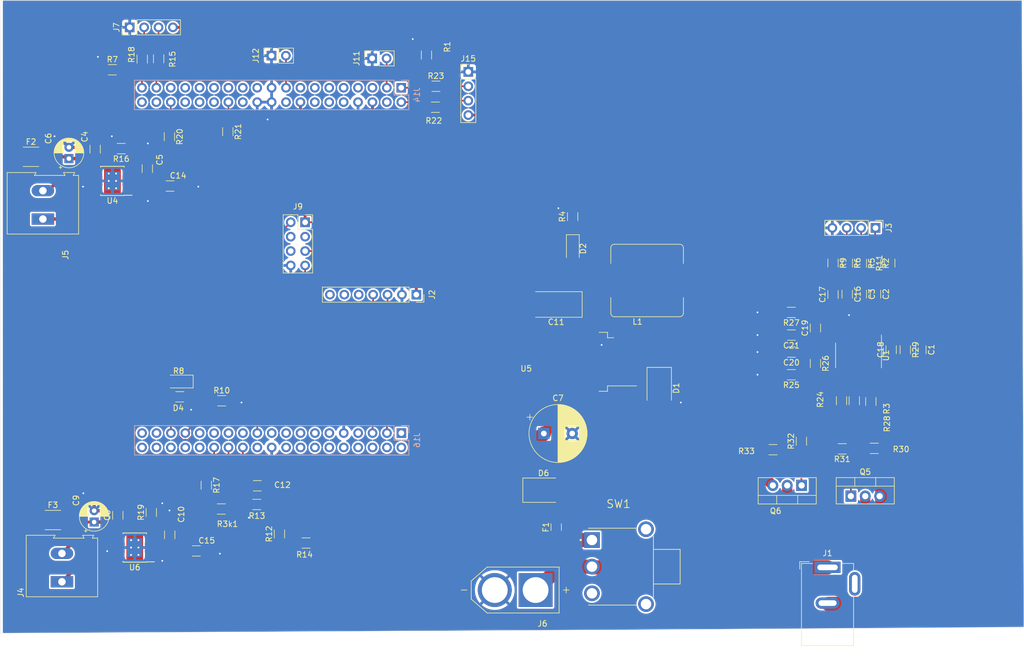
<source format=kicad_pcb>
(kicad_pcb (version 20221018) (generator pcbnew)
  (layers (0 "F.Cu" signal) (31 "B.Cu" power) (34 "B.Paste" user) (35 "F.Paste" user) (36 "B.SilkS" user "B.Silkscreen") (37 "F.SilkS" user "F.Silkscreen") (38 "B.Mask" user) (39 "F.Mask" user) (44 "Edge.Cuts" user))
  (net 0 "")
  (net 1 "Battery-")
  (net 2 "+5V")
  (net 3 "Net-(D1-K)")
  (net 4 "Net-(D2-K)")
  (net 5 "Net-(D4-K)")
  (net 6 "Fan Signal")
  (net 7 "Cell1+")
  (net 8 "Battery+")
  (net 9 "Cell2+")
  (net 10 "Net-(R12-Pad1)")
  (net 11 "Battery level")
  (net 12 "Net-(U4-IN2)")
  (net 13 "Net-(U4-IN1)")
  (net 14 "Net-(U4-ILIM)")
  (net 15 "MotorB+")
  (net 16 "MotorB-")
  (net 17 "Net-(U6-IN2)")
  (net 18 "Net-(U6-IN1)")
  (net 19 "Net-(U6-ILIM)")
  (net 20 "MotorA+")
  (net 21 "MotorA-")
  (net 22 "InputA1")
  (net 23 "InputB1")
  (net 24 "Bumper Button 1")
  (net 25 "Bumper Button 2")
  (net 26 "+12V")
  (net 65 "InputA2")
  (net 66 "InputB2")
  (net 73 "Net-(J16-Pin_3)")
  (net 74 "Net-(J16-Pin_5)")
  (net 80 "Echo A")
  (net 81 "Trig A")
  (net 82 "Echo B")
  (net 83 "Trig B")
  (net 87 "Net-(D6-A)")
  (net 88 "Net-(SW1-A)")
  (net 89 "Net-(J7-Pin_2)")
  (net 90 "Net-(J7-Pin_3)")
  (net 91 "Net-(J15-Pin_2)")
  (net 92 "Net-(J15-Pin_3)")
  (net 93 "Net-(U1-VC3)")
  (net 94 "Net-(U1-VC2)")
  (net 95 "Net-(U1-VC1)")
  (net 96 "Net-(U1-VC0)")
  (net 97 "Net-(U1-AVDD)")
  (net 98 "Net-(U1-SRN)")
  (net 99 "Net-(U1-SRP)")
  (net 100 "Cell3+")
  (net 104 "Net-(Q5-G)")
  (net 105 "Net-(Q5-D)")
  (net 106 "P-")
  (net 107 "Net-(Q6-G)")
  (net 108 "Net-(Q6-S)")
  (net 109 "Net-(U1-TS)")
  (net 110 "Net-(U1-LD)")
  (net 111 "Net-(U1-OCDP)")
  (net 112 "Net-(U1-PRES)")
  (net 113 "CHG")
  (net 114 "DSG")
  (net 118 "+3.3V")
  (net 119 "RX")
  (net 120 "TX")
  (net 124 "Net-(U1-VDD)")
  (net 125 "Net-(U4-VM)")
  (net 126 "Net-(U6-VM)")
  (footprint "Resistor_SMD:R_1206_3216Metric_Pad1.30x1.75mm_HandSolder" (layer "F.Cu") (at 83.1 125.3 90)
    (fp_text reference "R19")
    (fp_text value "39k")
  )
  (footprint "Capacitor_SMD:C_1206_3216Metric_Pad1.33x1.80mm_HandSolder" (layer "F.Cu") (at 101.8 120.6 180)
    (fp_text reference "C12")
    (fp_text value "10n")
  )
  (footprint "Fuse:Fuse_1812_4532Metric_Pad1.30x3.40mm_HandSolder" (layer "F.Cu") (at 61.89 62.55)
    (fp_text reference "F2")
    (fp_text value "1.6A")
  )
  (footprint "Package_TO_SOT_THT:TO-220-3_Vertical" (layer "F.Cu") (at 197.78 120.5375 180)
    (fp_text reference "Q6")
    (fp_text value "IRLB8721PBF")
  )
  (footprint "Capacitor_SMD:C_1206_3216Metric_Pad1.33x1.80mm_HandSolder" (layer "F.Cu") (at 195.9775 94.0075 180)
    (fp_text reference "C21")
    (fp_text value "1µF")
  )
  (footprint "Package_TO_SOT_SMD:TO-263-5_TabPin3" (layer "F.Cu") (at 158.725 98.725 180)
    (fp_text reference "U5")
    (fp_text value "LM2596S-5")
  )
  (footprint "Resistor_SMD:R_1206_3216Metric_Pad1.30x1.75mm_HandSolder" (layer "F.Cu") (at 192.74 114.2325)
    (fp_text reference "R33")
    (fp_text value "1M")
  )
  (footprint "Resistor_SMD:R_1206_3216Metric_Pad1.30x1.75mm_HandSolder" (layer "F.Cu") (at 204.815 105.595 -90)
    (fp_text reference "R24")
    (fp_text value "450K")
  )
  (footprint "Capacitor_SMD:C_1206_3216Metric_Pad1.33x1.80mm_HandSolder" (layer "F.Cu") (at 77.2 125.8 90)
    (fp_text reference "C8")
    (fp_text value "100nF")
  )
  (footprint "Resistor_SMD:R_1206_3216Metric_Pad1.30x1.75mm_HandSolder" (layer "F.Cu") (at 200.215 99.0075 -90)
    (fp_text reference "R26")
    (fp_text value "100")
  )
  (footprint "Resistor_SMD:R_1206_3216Metric_Pad1.30x1.75mm_HandSolder" (layer "F.Cu") (at 195.965 101.0075 180)
    (fp_text reference "R25")
    (fp_text value "10m")
  )
  (footprint "500SSP1S1M6QEA:SW_500SSP1S1M6QEA" (layer "F.Cu") (at 165.575 134.875 -90)
    (fp_text reference "SW1")
    (fp_text value "SW_SPDT")
  )
  (footprint "Connector_PinSocket_2.54mm:PinSocket_1x02_P2.54mm_Vertical" (layer "F.Cu") (at 104.3 44.7 90)
    (fp_text reference "J12")
    (fp_text value "Bumper 2")
  )
  (footprint "Capacitor_THT:CP_Radial_D5.0mm_P2.00mm" (layer "F.Cu") (at 73.025 127 90)
    (fp_text reference "C9")
    (fp_text value "47u")
  )
  (footprint "500SSP1S1M6QEA:AMASS_XT60-M" (layer "F.Cu") (at 147.27 139 180)
    (fp_text reference "J6")
    (fp_text value "XT60-M")
  )
  (footprint "Resistor_SMD:R_1206_3216Metric_Pad1.30x1.75mm_HandSolder" (layer "F.Cu") (at 95.45 124.7 180)
    (fp_text reference "R3k1")
    (fp_text value "3.3")
  )
  (footprint "Connector_PinSocket_2.54mm:PinSocket_1x07_P2.54mm_Vertical" (layer "F.Cu") (at 129.84 86.87 -90)
    (fp_text reference "J2")
    (fp_text value "IMU")
  )
  (footprint "Resistor_SMD:R_1206_3216Metric_Pad1.30x1.75mm_HandSolder" (layer "F.Cu") (at 95.52 105.6)
    (fp_text reference "R10")
    (fp_text value "1k")
  )
  (footprint "Resistor_SMD:R_1206_3216Metric_Pad1.30x1.75mm_HandSolder" (layer "F.Cu") (at 92.8 120.5 -90)
    (fp_text reference "R17")
    (fp_text value "3.3")
  )
  (footprint "Resistor_SMD:R_1206_3216Metric_Pad1.30x1.75mm_HandSolder" (layer "F.Cu") (at 84.4 45.25 90)
    (fp_text reference "R15")
    (fp_text value "10k")
  )
  (footprint "Connector_PinHeader_2.54mm:PinHeader_1x04_P2.54mm_Vertical" (layer "F.Cu") (at 210.815 75.095 -90)
    (fp_text reference "J3")
    (fp_text value "Battery charger")
  )
  (footprint "Resistor_SMD:R_1206_3216Metric_Pad1.30x1.75mm_HandSolder" (layer "F.Cu") (at 203.315 81.295 -90)
    (fp_text reference "R9")
    (fp_text value "100")
  )
  (footprint "Capacitor_Tantalum_SMD:CP_EIA-7343-31_Kemet-D_Pad2.25x2.55mm_HandSolder" (layer "F.Cu") (at 154.5 88.6 180)
    (fp_text reference "C11")
    (fp_text value "220u")
  )
  (footprint "Resistor_SMD:R_1206_3216Metric_Pad1.30x1.75mm_HandSolder" (layer "F.Cu") (at 77.8 61.1 180)
    (fp_text reference "R16")
    (fp_text value "39k")
  )
  (footprint "Resistor_SMD:R_1206_3216Metric_Pad1.30x1.75mm_HandSolder" (layer "F.Cu") (at 216.065 96.595 -90)
    (fp_text reference "R29")
    (fp_text value "10K")
  )
  (footprint "Connector_PinSocket_2.54mm:PinSocket_1x02_P2.54mm_Vertical" (layer "F.Cu") (at 122.06 45.175 90)
    (fp_text reference "J11")
    (fp_text value "Bumper 1")
  )
  (footprint "Fuse:Fuse_1812_4532Metric_Pad1.30x3.40mm_HandSolder" (layer "F.Cu") (at 65.75 126.65)
    (fp_text reference "F3")
    (fp_text value "1.6A")
  )
  (footprint "Diode_SMD:D_SMB" (layer "F.Cu") (at 152.275 121.375)
    (fp_text reference "D6")
    (fp_text value "PMEG045V050EPDZ")
  )
  (footprint "Resistor_SMD:R_1206_3216Metric_Pad1.30x1.75mm_HandSolder" (layer "F.Cu") (at 96.6 58.11 -90)
    (fp_text reference "R21")
    (fp_text value "3.3")
  )
  (footprint "Resistor_SMD:R_1206_3216Metric_Pad1.30x1.75mm_HandSolder" (layer "F.Cu") (at 133.3 50.1)
    (fp_text reference "R23")
    (fp_text value "10k")
  )
  (footprint "Capacitor_THT:CP_Radial_D10.0mm_P5.00mm" (layer "F.Cu") (at 152.325 111.375)
    (fp_text reference "C7")
    (fp_text value "680u")
  )
  (footprint "Resistor_SMD:R_1206_3216Metric_Pad1.30x1.75mm_HandSolder" (layer "F.Cu") (at 213.315 81.295 90)
    (fp_text reference "R11")
    (fp_text value "1k")
  )
  (footprint "Resistor_SMD:R_1206_3216Metric_Pad1.30x1.75mm_HandSolder" (layer "F.Cu") (at 209.99 105.7325 -90)
    (fp_text reference "R3")
    (fp_text value "10k")
  )
  (footprint "LED_SMD:LED_1206_3216Metric_Pad1.42x1.75mm_HandSolder" (layer "F.Cu") (at 157.432045 78.750734 -90)
    (fp_text reference "D2")
    (fp_text value "GREEN")
  )
  (footprint "Resistor_SMD:R_1206_3216Metric_Pad1.30x1.75mm_HandSolder" (layer "F.Cu") (at 207.065 105.595 -90)
    (fp_text reference "R28")
    (fp_text value "100K")
  )
  (footprint "Inductor_SMD:L_Bourns_SRR1260" (layer "F.Cu") (at 170.53 84.37 180)
    (fp_text reference "L1")
    (fp_text value "33uH")
  )
  (footprint "Resistor_SMD:R_1206_3216Metric_Pad1.30x1.75mm_HandSolder" (layer "F.Cu") (at 204.94 114.0825 180)
    (fp_text reference "R31")
    (fp_text value "1k")
  )
  (footprint "Capacitor_SMD:C_1206_3216Metric_Pad1.33x1.80mm_HandSolder" (layer "F.Cu") (at 200.215 92.7575 90)
    (fp_text reference "C19")
    (fp_text value "100nF")
  )
  (footprint "Capacitor_SMD:C_1206_3216Metric_Pad1.33x1.80mm_HandSolder" (layer "F.Cu") (at 213.565 96.595 90)
    (fp_text reference "C18")
    (fp_text value "1µF")
  )
  (footprint "Resistor_SMD:R_1206_3216Metric_Pad1.30x1.75mm_HandSolder" (layer "F.Cu") (at 133.2 53.8)
    (fp_text reference "R22")
    (fp_text value "10k")
  )
  (footprint "Package_SO:Texas_HTSOP-8-1EP_3.9x4.9mm_P1.27mm_EP2.95x4.9mm_Mask2.4x3.1mm_ThermalVias" (layer "F.Cu") (at 76.25 66.8 180)
    (fp_text reference "U4")
    (fp_text value "DRV8871DDA")
  )
  (footprint "Resistor_SMD:R_1206_3216Metric_Pad1.30x1.75mm_HandSolder" (layer "F.Cu") (at 210.815 81.345 -90)
    (fp_text reference "R2")
    (fp_text value "100")
  )
  (footprint "Resistor_SMD:R_1206_3216Metric_Pad1.30x1.75mm_HandSolder" (layer "F.Cu") (at 195.965 90.0075 180)
    (fp_text reference "R27")
    (fp_text value "100")
  )
  (footprint "Capacitor_SMD:C_1206_3216Metric_Pad1.33x1.80mm_HandSolder" (layer "F.Cu") (at 73.2 61.2 90)
    (fp_text reference "C4")
    (fp_text value "100nF")
  )
  (footprint "Connector_PinHeader_2.54mm:PinHeader_1x04_P2.54mm_Vertical" (layer "F.Cu") (at 79.3 39.7 90)
    (fp_text reference "J7")
    (fp_text value "UltraSonic A")
  )
  (footprint "Connector_PinHeader_2.54mm:PinHeader_1x04_P2.54mm_Vertical" (layer "F.Cu") (at 139 47.56)
    (fp_text reference "J15")
    (fp_text value "UltraSconic B")
  )
  (footprint "Capacitor_SMD:C_1206_3216Metric_Pad1.33x1.80mm_HandSolder" (layer "F.Cu") (at 205.815 86.7825 -90)
    (fp_text reference "C16")
    (fp_text value "100nF")
  )
  (footprint "Capacitor_SMD:C_1206_3216Metric_Pad1.33x1.80mm_HandSolder" (layer "F.Cu") (at 218.815 96.595 -90)
    (fp_text reference "C1")
    (fp_text value "1µF")
  )
  (footprint "Fuse:Fuse_1206_3216Metric_Pad1.42x1.75mm_HandSolder" (layer "F.Cu") (at 154.5 127.9 90)
    (fp_text reference "F1")
    (fp_text value "5A")
  )
  (footprint "Capacitor_SMD:C_1206_3216Metric_Pad1.33x1.80mm_HandSolder" (layer "F.Cu") (at 208.315 86.7825 -90)
    (fp_text reference "C3")
    (fp_text value "100nF")
  )
  (footprint "Resistor_SMD:R_1206_3216Metric_Pad1.30x1.75mm_HandSolder" (layer "F.Cu") (at 88.12 104.9)
    (fp_text reference "R8")
    (fp_text value "10k")
  )
  (footprint "Package_SO:TSSOP-24_4.4x7.8mm_P0.65mm" (layer "F.Cu") (at 207.815 97.595 -90)
    (fp_text reference "U1")
    (fp_text value "BQ7791500PWT")
  )
  (footprint "Package_SO:Texas_HTSOP-8-1EP_3.9x4.9mm_P1.27mm_EP2.95x4.9mm_Mask2.4x3.1mm_ThermalVias" (layer "F.Cu") (at 80.1875 131.5 180)
    (fp_text reference "U6")
    (fp_text value "DRV8871DDA")
  )
  (footprint "Resistor_SMD:R_1206_3216Metric_Pad1.30x1.75mm_HandSolder" (layer "F.Cu") (at 105.7 129.1 90)
    (fp_text reference "R12")
    (fp_text value "10k")
  )
  (footprint "TerminalBlock:TerminalBlock_Altech_AK300-2_P5.00mm" (layer "F.Cu") (at 67.35 137.54 90)
    (fp_text reference "J4")
    (fp_text value "Motor A")
  )
  (footprint "Resistor_SMD:R_1206_3216Metric_Pad1.30x1.75mm_HandSolder" (layer "F.Cu") (at 101.7 123.9 180)
    (fp_text reference "R13")
    (fp_text value "6.2k")
  )
  (footprint "Diode_SMD:D_SMB" (layer "F.Cu") (at 172.67 103.37 -90)
    (fp_text reference "D1")
    (fp_text value "PMEG045V050EPDZ")
  )
  (footprint "Resistor_SMD:R_1206_3216Metric_Pad1.30x1.75mm_HandSolder" (layer "F.Cu") (at 131.63 44.59 -90)
    (fp_text reference "R1")
    (fp_text value "10k")
  )
  (footprint "Resistor_SMD:R_1206_3216Metric_Pad1.30x1.75mm_HandSolder" (layer "F.Cu") (at 197.74 112.7325 90)
    (fp_text reference "R32")
    (fp_text value "4.5K")
  )
  (footprint "Capacitor_SMD:C_1206_3216Metric_Pad1.33x1.80mm_HandSolder" (layer "F.Cu") (at 210.815 86.7825 -90)
    (fp_text reference "C2")
    (fp_text value "100nF")
  )
  (footprint "Resistor_SMD:R_1206_3216Metric_Pad1.30x1.75mm_HandSolder" (layer "F.Cu") (at 157.4 73.1 90)
    (fp_text reference "R4")
    (fp_text value "1k")
  )
  (footprint "Resistor_SMD:R_1206_3216Metric_Pad1.30x1.75mm_HandSolder" (layer "F.Cu") (at 208.315 81.345 -90)
    (fp_text reference "R5")
    (fp_text value "100")
  )
  (footprint "Resistor_SMD:R_1206_3216Metric_Pad1.30x1.75mm_HandSolder" (layer "F.Cu") (at 86.3 59 -90)
    (fp_text reference "R20")
    (fp_text value "3.3")
  )
  (footprint "Resistor_SMD:R_1206_3216Metric_Pad1.30x1.75mm_HandSolder" (layer "F.Cu") (at 210.59 113.9925 180)
    (fp_text reference "R30")
    (fp_text value "3.3M")
  )
  (footprint "Capacitor_SMD:C_1206_3216Metric_Pad1.33x1.80mm_HandSolder" (layer "F.Cu") (at 195.9775 97.0075 180)
    (fp_text reference "C20")
    (fp_text value "1µF")
  )
  (footprint "Capacitor_SMD:C_1206_3216Metric_Pad1.33x1.80mm_HandSolder" (layer "F.Cu") (at 91.05 132.1)
    (fp_text reference "C15")
    (fp_text value "10n")
  )
  (footprint "Capacitor_SMD:C_1206_3216Metric_Pad1.33x1.80mm_HandSolder" (layer "F.Cu") (at 86.4 67.7)
    (fp_text reference "C14")
    (fp_text value "10n")
  )
  (footprint "Capacitor_THT:CP_Radial_D5.0mm_P2.00mm" (layer "F.Cu") (at 68.58 62.865 90)
    (fp_text reference "C6")
    (fp_text value "47u")
  )
  (footprint "Package_TO_SOT_THT:TO-220-3_Vertical" (layer "F.Cu") (at 206.46 122.4275)
    (fp_text reference "Q5")
    (fp_text value "IRLB8721PBF")
  )
  (footprint "Resistor_SMD:R_1206_3216Metric_Pad1.30x1.75mm_HandSolder" (layer "F.Cu") (at 76.24 47.19)
    (fp_text reference "R7")
    (fp_text value "10k")
  )
  (footprint "Resistor_SMD:R_1206_3216Metric_Pad1.30x1.75mm_HandSolder" (layer "F.Cu") (at 110.4 130.7 180)
    (fp_text reference "R14")
    (fp_text value "10k")
  )
  (footprint "Capacitor_SMD:C_1206_3216Metric_Pad1.33x1.80mm_HandSolder" (layer "F.Cu") (at 82.4 64.6375 90)
    (fp_text reference "C5")
    (fp_text value "10n")
  )
  (footprint "TerminalBlock:TerminalBlock_Altech_AK300-2_P5.00mm" (layer "F.Cu") (at 63.99 73.53 90)
    (fp_text reference "J5")
    (fp_text value "Motor B")
  )
  (footprint "Resistor_SMD:R_1206_3216Metric_Pad1.30x1.75mm_HandSolder" (layer "F.Cu") (at 81.5 45.3 90)
    (fp_text reference "R18")
    (fp_text value "10k")
  )
  (footprint "Capacitor_SMD:C_1206_3216Metric_Pad1.33x1.80mm_HandSolder" (layer "F.Cu") (at 86.35 129.2625 90)
    (fp_text reference "C10")
    (fp_text value "10n")
  )
  (footprint "Capacitor_SMD:C_1206_3216Metric_Pad1.33x1.80mm_HandSolder" (layer "F.Cu") (at 203.315 86.845 90)
    (fp_text reference "C17")
    (fp_text value "100nF")
  )
  (footprint "Connector_PinSocket_2.54mm:PinSocket_2x04_P2.54mm_Vertical" (layer "F.Cu") (at 110.23 74.1)
    (fp_text reference "J9")
    (fp_text value "ESP")
  )
  (footprint "Resistor_SMD:R_1206_3216Metric_Pad1.30x1.75mm_HandSolder" (layer "F.Cu") (at 205.833234 81.295 -90)
    (fp_text reference "R6")
    (fp_text value "100")
  )
  (footprint "Connector_BarrelJack:BarrelJack_GCT_DCJ200-10-A_Horizontal" (layer "F.Cu") (at 202.35 135)
    (fp_text reference "J1")
    (fp_text value "Barrel_Jack")
  )
  (footprint "LED_SMD:LED_1206_3216Metric_Pad1.42x1.75mm_HandSolder" (layer "F.Cu") (at 88.0325 102.2 180)
    (fp_text reference "D4")
    (fp_text value "GREEN")
  )
  (footprint "Connector_PinSocket_2.54mm:PinSocket_2x19_P2.54mm_Vertical" (layer "B.Cu") (at 127.2 111.3 90)
    (fp_text reference "J16")
    (fp_text value "Conn_02x19_Odd_Even")
  )
  (footprint "Connector_PinSocket_2.54mm:PinSocket_2x19_P2.54mm_Vertical" (layer "B.Cu") (at 127.18 50.36 90)
    (fp_text reference "J14")
    (fp_text value "Conn_02x19_Odd_Even")
  )
  (gr_line (start 236.6 34.9) (end 236.95 145.6) (stroke (width 0.05)) (layer "Edge.Cuts"))
  (gr_line (start 236.95 145.6) (end 56.45 146.6) (stroke (width 0.05)) (layer "Edge.Cuts"))
  (gr_line (start 56.45 146.6) (end 56.6 34.9) (stroke (width 0.05)) (layer "Edge.Cuts"))
  (gr_line (start 56.6 34.9) (end 236.6 34.9) (stroke (width 0.05)) (layer "Edge.Cuts"))
  (segment (start 210.74 99.733604) (end 210.74 100.4575) (width 0.3) (layer "F.Cu") (net 1))
  (segment (start 87.9625 67.7) (end 91.28 67.7) (width 0.5) (layer "F.Cu") (net 1))
  (segment (start 162.31 95.95) (end 162.51 95.75) (width 0.5) (layer "F.Cu") (net 1))
  (segment (start 201.14 88.4825) (end 201.14 81.92) (width 0.3) (layer "F.Cu") (net 1))
  (segment (start 97.07 105.6) (end 98.7 105.6) (width 0.5) (layer "F.Cu") (net 1))
  (segment (start 208.79 99.57) (end 207.921802 98.701802) (width 0.3) (layer "F.Cu") (net 1))
  (segment (start 211.39 100.4575) (end 213.565 98.2825) (width 0.3) (layer "F.Cu") (net 1))
  (segment (start 76.4375 125) (end 77.2 124.2375) (width 0.6) (layer "F.Cu") (net 1))
  (segment (start 201.14 81.92) (end 203.315 79.745) (width 0.3) (layer "F.Cu") (net 1))
  (segment (start 209.708198 98.701802) (end 210.74 99.733604) (width 0.3) (layer "F.Cu") (net 1))
  (segment (start 73.025 123.825) (end 71.12 121.92) (width 0.6) (layer "F.Cu") (net 1))
  (segment (start 209.8525 107.145) (end 209.99 107.2825) (width 0.3) (layer "F.Cu") (net 1))
  (segment (start 73.375 67.435) (end 71.445 67.435) (width 0.3) (layer "F.Cu") (net 1))
  (segment (start 215.04 96.6825) (end 217.34 96.6825) (width 0.3) (layer "F.Cu") (net 1))
  (segment (start 82.4 63.075) (end 82.4 60.29) (width 0.5) (layer "F.Cu") (net 1))
  (segment (start 76.25 61.1) (end 76.25 59.02) (width 0.5) (layer "F.Cu") (net 1))
  (segment (start 175.82 105.25) (end 176.48 105.91) (width 0.5) (layer "F.Cu") (net 1))
  (segment (start 208.79 100.4575) (end 208.79 99.57) (width 0.3) (layer "F.Cu") (net 1))
  (segment (start 209.708198 98.701802) (end 207.921802 98.701802) (width 0.3) (layer "F.Cu") (net 1))
  (segment (start 92.6125 132.1) (end 94.72 132.1) (width 0.5) (layer "F.Cu") (net 1))
  (segment (start 84.595 133.405) (end 85.04 133.85) (width 0.5) (layer "F.Cu") (net 1))
  (segment (start 83.1 123.75) (end 84.98 123.75) (width 0.5) (layer "F.Cu") (net 1))
  (segment (start 130.48 43.04) (end 129.21 41.77) (width 0.3) (layer "F.Cu") (net 1))
  (segment (start 104.32 55.25) (end 103.61 55.96) (width 0.5) (layer "F.Cu") (net 1))
  (segment (start 66.77 59.055) (end 66.04 59.055) (width 0.6) (layer "F.Cu") (net 1))
  (segment (start 151.3 88.6) (end 151.3 92.45) (width 0.9) (layer "F.Cu") (net 1))
  (segment (start 206.19 93.5325) (end 201.14 88.4825) (width 0.3) (layer "F.Cu") (net 1))
  (segment (start 203.315 85.845) (end 203.315 85.2825) (width 0.3) (layer "F.Cu") (net 1))
  (segment (start 100.15 123.9) (end 100.15 126.1) (width 0.5) (layer "F.Cu") (net 1))
  (segment (start 203.195 79.625) (end 203.195 75.095) (width 0.3) (layer "F.Cu") (net 1))
  (segment (start 213.565 98.1575) (end 215.04 96.6825) (width 0.3) (layer "F.Cu") (net 1))
  (segment (start 91.28 67.7) (end 91.39 67.81) (width 0.5) (layer "F.Cu") (net 1))
  (segment (start 76.25 59.02) (end 76.15 58.92) (width 0.5) (layer "F.Cu") (net 1))
  (segment (start 82.4 60.29) (end 82.5 60.19) (width 0.5) (layer "F.Cu") (net 1))
  (segment (start 217.34 96.6825) (end 218.815 98.1575) (width 0.3) (layer "F.Cu") (net 1))
  (segment (start 206.19 96.595) (end 206.19 96.97) (width 0.3) (layer "F.Cu") (net 1))
  (segment (start 172.4 105.25) (end 175.82 105.25) (width 0.5) (layer "F.Cu") (net 1))
  (segment (start 100.2375 120.6) (end 100.2375 123.8125) (width 0.5) (layer "F.Cu") (net 1))
  (segment (start 157.4 71.55) (end 154.96 71.55) (width 0.5) (layer "F.Cu") (net 1))
  (segment (start 218.815 98.4075) (end 209.94 107.2825) (width 0.3) (layer "F.Cu") (net 1))
  (segment (start 207.921802 98.701802) (end 206.19 96.97) (width 0.3) (layer "F.Cu") (net 1))
  (segment (start 166.375 95.325) (end 160.275 95.325) (width 0.9) (layer "F.Cu") (net 1))
  (segment (start 80.855 68.705) (end 82.5 70.35) (width 0.5) (layer "F.Cu") (net 1))
  (segment (start 131.63 43.04) (end 130.48 43.04) (width 0.3) (layer "F.Cu") (net 1))
  (segment (start 74.69 45.91) (end 73.69 44.91) (width 0.3) (layer "F.Cu") (net 1))
  (segment (start 166.375 98.725) (end 162.425 98.725) (width 0.9) (layer "F.Cu") (net 1))
  (segment (start 74.69 47.19) (end 74.69 45.91) (width 0.3) (layer "F.Cu") (net 1))
  (segment (start 205.815 90.1575) (end 206.14 90.4825) (width 0.3) (layer "F.Cu") (net 1))
  (segment (start 205.815 88.345) (end 205.815 90.1575) (width 0.3) (layer "F.Cu") (net 1))
  (segment (start 68.58 60.865) (end 66.77 59.055) (width 0.6) (layer "F.Cu") (net 1))
  (segment (start 206.19 96.595) (end 206.19 94.7325) (width 0.3) (layer "F.Cu") (net 1))
  (segment (start 205.815 88.345) (end 203.315 85.845) (width 0.3) (layer "F.Cu") (net 1))
  (segment (start 77.3125 132.135) (end 75.325 132.135) (width 0.3) (layer "F.Cu") (net 1))
  (segment (start 104.32 52.9) (end 104.32 55.25) (width 0.5) (layer "F.Cu") (net 1))
  (segment (start 98.7 105.6) (end 99.01 105.91) (width 0.5) (layer "F.Cu") (net 1))
  (segment (start 84.98 123.75) (end 85.04 123.69) (width 0.5) (layer "F.Cu") (net 1))
  (segment (start 86.35 127.7) (end 86.35 125) (width 0.5) (layer "F.Cu") (net 1))
  (segment (start 206.19 100.4575) (end 206.19 96.595) (width 0.3) (layer "F.Cu") (net 1))
  (segment (start 68.58 60.865) (end 71.9725 60.865) (width 0.6) (layer "F.Cu") (net 1))
  (segment (start 89.67 106.73) (end 90.12 107.18) (width 0.5) (layer "F.Cu") (net 1))
  (segment (start 160.275 95.325) (end 159.65 95.95) (width 0.9) (layer "F.Cu") (net 1))
  (segment (start 151.3 92.45) (end 154.8 95.95) (width 0.9) (layer "F.Cu") (net 1))
  (segment (start 211.39 100.4575) (end 210.74 100.4575) (width 0.3) (layer "F.Cu") (net 1))
  (segment (start 100.15 126.1) (end 100.28 126.23) (width 0.5) (layer "F.Cu") (net 1))
  (segment (start 86.35 125) (end 86.31 124.96) (width 0.5) (layer "F.Cu") (net 1))
  (segment (start 162.425 98.725) (end 159.65 101.5) (width 0.9) (layer "F.Cu") (net 1))
  (segment (start 159.65 95.95) (end 162.31 95.95) (width 0.5) (layer "F.Cu") (net 1))
  (segment (start 154.96 71.55) (end 154.89 71.62) (width 0.5) (layer "F.Cu") (net 1))
  (segment (start 94.72 132.1) (end 95.2 132.58) (width 0.5) (layer "F.Cu") (net 1))
  (segment (start 73.025 125) (end 76.4375 125) (width 0.6) (layer "F.Cu") (net 1))
  (segment (start 89.67 104.9) (end 89.67 106.73) (width 0.5) (layer "F.Cu") (net 1))
  (segment (start 71.9725 60.865) (end 73.2 59.6375) (width 0.6) (layer "F.Cu") (net 1))
  (segment (start 71.445 67.435) (end 71.07 67.81) (width 0.3) (layer "F.Cu") (net 1))
  (segment (start 83.0625 133.405) (end 84.595 133.405) (width 0.5) (layer "F.Cu") (net 1))
  (segment (start 207.065 107.145) (end 209.8525 107.145) (width 0.3) (layer "F.Cu") (net 1))
  (segment (start 79.125 68.705) (end 80.855 68.705) (width 0.5) (layer "F.Cu") (net 1))
  (segment (start 73.025 125) (end 73.025 123.825) (width 0.6) (layer "F.Cu") (net 1))
  (segment (start 206.19 94.7325) (end 206.19 93.5325) (width 0.3) (layer "F.Cu") (net 1))
  (via (at 190 97) (size 0.6) (drill 0.3) (layers "F.Cu" "B.Cu") (net 1))
  (via (at 71.12 121.92) (size 0.6) (drill 0.3) (layers "F.Cu" "B.Cu") (net 1))
  (via (at 82.5 70.35) (size 0.6) (drill 0.3) (layers "F.Cu" "B.Cu") (net 1))
  (via (at 154.89 71.62) (size 0.6) (drill 0.3) (layers "F.Cu" "B.Cu") (net 1))
  (via (at 176.48 105.91) (size 0.6) (drill 0.3) (layers "F.Cu" "B.Cu") (net 1))
  (via (at 100.28 126.23) (size 0.6) (drill 0.3) (layers "F.Cu" "B.Cu") (net 1))
  (via (at 162.51 95.75) (size 0.6) (drill 0.3) (layers "F.Cu" "B.Cu") (net 1))
  (via (at 82.5 60.19) (size 0.6) (drill 0.3) (layers "F.Cu" "B.Cu") (net 1))
  (via (at 190 94) (size 0.6) (drill 0.3) (layers "F.Cu" "B.Cu") (net 1))
  (via (at 86.31 124.96) (size 0.6) (drill 0.3) (layers "F.Cu" "B.Cu") (net 1))
  (via (at 95.2 132.58) (size 0.6) (drill 0.3) (layers "F.Cu" "B.Cu") (net 1))
  (via (at 91.39 67.81) (size 0.6) (drill 0.3) (layers "F.Cu" "B.Cu") (net 1))
  (via (at 71.07 67.81) (size 0.6) (drill 0.3) (layers "F.Cu" "B.Cu") (net 1))
  (via (at 103.61 55.96) (size 0.6) (drill 0.3) (layers "F.Cu" "B.Cu") (net 1))
  (via (at 66.04 58.92) (size 0.6) (drill 0.3) (layers "F.Cu" "B.Cu") (net 1))
  (via (at 190 101) (size 0.6) (drill 0.3) (layers "F.Cu" "B.Cu") (net 1))
  (via (at 190 90) (size 0.6) (drill 0.3) (layers "F.Cu" "B.Cu") (net 1))
  (via (at 76.15 58.92) (size 0.6) (drill 0.3) (layers "F.Cu" "B.Cu") (net 1))
  (via (at 129.21 41.77) (size 0.6) (drill 0.3) (layers "F.Cu" "B.Cu") (net 1))
  (via (at 99.01 105.91) (size 0.6) (drill 0.3) (layers "F.Cu" "B.Cu") (net 1))
  (via (at 206.14 90.4825) (size 0.6) (drill 0.3) (layers "F.Cu" "B.Cu") (net 1))
  (via (at 73.69 44.91) (size 0.6) (drill 0.3) (layers "F.Cu" "B.Cu") (net 1))
  (via (at 90.12 107.18) (size 0.6) (drill 0.3) (layers "F.Cu" "B.Cu") (net 1))
  (via (at 85.04 133.85) (size 0.6) (drill 0.3) (layers "F.Cu" "B.Cu") (net 1))
  (via (at 85.04 123.69) (size 0.6) (drill 0.3) (layers "F.Cu" "B.Cu") (net 1))
  (via (at 75.325 132.135) (size 0.6) (drill 0.3) (layers "F.Cu" "B.Cu") (net 1))
  (segment (start 161.25 86.63) (end 161.25 87.78) (width 0.9) (layer "F.Cu") (net 2))
  (segment (start 146 74.16) (end 146 64) (width 0.5) (layer "F.Cu") (net 2))
  (segment (start 165.68 84.37) (end 163.51 84.37) (width 0.9) (layer "F.Cu") (net 2))
  (segment (start 161.25 87.78) (end 160.43 88.6) (width 0.9) (layer "F.Cu") (net 2))
  (segment (start 160.43 88.6) (end 157.7 88.6) (width 0.9) (layer "F.Cu") (net 2))
  (segment (start 152.078234 80.238234) (end 146 74.16) (width 0.5) (layer "F.Cu") (net 2))
  (segment (start 157.432045 80.238234) (end 152.078234 80.238234) (width 0.5) (layer "F.Cu") (net 2))
  (segment (start 171.35 88.2) (end 167.52 84.37) (width 0.9) (layer "F.Cu") (net 2))
  (segment (start 128.22 64) (end 122.1 57.88) (width 0.5) (layer "F.Cu") (net 2))
  (segment (start 146 55.11) (end 145.93 55.18) (width 0.5) (layer "F.Cu") (net 2))
  (segment (start 136.94 39.7) (end 86.92 39.7) (width 0.5) (layer "F.Cu") (net 2))
  (segment (start 171.35 95.7) (end 171.35 88.2) (width 0.9) (layer "F.Cu") (net 2))
  (segment (start 157.7 88.6) (end 157.7 80.506189) (width 0.9) (layer "F.Cu") (net 2))
  (segment (start 145.93 55.18) (end 139 55.18) (width 0.5) (layer "F.Cu") (net 2))
  (segment (start 146 64) (end 128.22 64) (width 0.5) (layer "F.Cu") (net 2))
  (segment (start 158.05 88.95) (end 157.7 88.6) (width 0.9) (layer "F.Cu") (net 2))
  (segment (start 166.375 97.025) (end 170.025 97.025) (width 0.9) (layer "F.Cu") (net 2))
  (segment (start 170.025 97.025) (end 171.35 95.7) (width 0.9) (layer "F.Cu") (net 2))
  (segment (start 146 48.76) (end 136.94 39.7) (width 0.5) (layer "F.Cu") (net 2))
  (segment (start 167.52 84.37) (end 165.68 84.37) (width 0.9) (layer "F.Cu") (net 2))
  (segment (start 146 64) (end 146 55.11) (width 0.5) (layer "F.Cu") (net 2))
  (segment (start 122.1 57.88) (end 122.1 52.9) (width 0.5) (layer "F.Cu") (net 2))
  (segment (start 163.51 84.37) (end 161.25 86.63) (width 0.9) (layer "F.Cu") (net 2))
  (segment (start 146 55.11) (end 146 48.76) (width 0.5) (layer "F.Cu") (net 2))
  (segment (start 175.38 98.51) (end 175.38 84.37) (width 0.9) (layer "F.Cu") (net 3))
  (segment (start 171.875 100.425) (end 172.67 101.22) (width 0.9) (layer "F.Cu") (net 3))
  (segment (start 172.67 101.22) (end 175.38 98.51) (width 0.9) (layer "F.Cu") (net 3))
  (segment (start 166.375 100.425) (end 171.875 100.425) (width 0.9) (layer "F.Cu") (net 3))
  (segment (start 157.432045 77.263234) (end 157.432045 74.682045) (width 0.5) (layer "F.Cu") (net 4))
  (segment (start 93.9 103.3) (end 93.9 105.53) (width 0.3) (layer "F.Cu") (net 5))
  (segment (start 92.8 102.2) (end 93.9 103.3) (width 0.3) (layer "F.Cu") (net 5))
  (segment (start 89.52 102.2) (end 92.8 102.2) (width 0.3) (layer "F.Cu") (net 5))
  (segment (start 86.57 104.9) (end 86.57 102.225) (width 0.3) (layer "F.Cu") (net 6))
  (segment (start 86.56 111.3) (end 86.56 104.91) (width 0.3) (layer "F.Cu") (net 6))
  (segment (start 205.735 79.646766) (end 205.735 75.095) (width 0.3) (layer "F.Cu") (net 7))
  (segment (start 155.135 134.875) (end 160.81 134.875) (width 2.5) (layer "F.Cu") (net 8))
  (segment (start 160.935 135) (end 160.81 134.875) (width 1.8) (layer "F.Cu") (net 8))
  (segment (start 150.87 139.14) (end 155.135 134.875) (width 2.5) (layer "F.Cu") (net 8))
  (segment (start 160.935 135) (end 202.35 135) (width 2.5) (layer "F.Cu") (net 8))
  (segment (start 208.275 79.755) (end 208.275 75.095) (width 0.3) (layer "F.Cu") (net 9))
  (segment (start 105.7 130.65) (end 108.8 130.65) (width 0.3) (layer "F.Cu") (net 10))
  (segment (start 99.26 113.84) (end 99.26 116.46) (width 0.3) (layer "F.Cu") (net 11))
  (segment (start 103.25 123.9) (end 104.4 123.9) (width 0.3) (layer "F.Cu") (net 11))
  (segment (start 100.9 118.1) (end 102.4 118.1) (width 0.3) (layer "F.Cu") (net 11))
  (segment (start 105.7 125.2) (end 105.7 127.55) (width 0.3) (layer "F.Cu") (net 11))
  (segment (start 103.3625 120.6) (end 103.3625 123.7875) (width 0.3) (layer "F.Cu") (net 11))
  (segment (start 102.4 118.1) (end 103.5 119.2) (width 0.3) (layer "F.Cu") (net 11))
  (segment (start 104.4 123.9) (end 105.7 125.2) (width 0.3) (layer "F.Cu") (net 11))
  (segment (start 99.26 116.46) (end 100.9 118.1) (width 0.3) (layer "F.Cu") (net 11))
  (segment (start 103.5 119.2) (end 103.5 120.4625) (width 0.3) (layer "F.Cu") (net 11))
  (segment (start 81.735 67.435) (end 79.125 67.435) (width 0.3) (layer "F.Cu") (net 12))
  (segment (start 82 67.7) (end 81.735 67.435) (width 0.3) (layer "F.Cu") (net 12))
  (segment (start 96.6 59.66) (end 94.04 59.66) (width 0.3) (layer "F.Cu") (net 12))
  (segment (start 84.8375 66.4625) (end 87 64.3) (width 0.3) (layer "F.Cu") (net 12))
  (segment (start 84.8375 67.7) (end 82 67.7) (width 0.3) (layer "F.Cu") (net 12))
  (segment (start 84.8375 67.7) (end 84.8375 66.4625) (width 0.3) (layer "F.Cu") (net 12))
  (segment (start 94.04 59.66) (end 91.6 62.1) (width 0.3) (layer "F.Cu") (net 12))
  (segment (start 87 64.3) (end 89.4 64.3) (width 0.3) (layer "F.Cu") (net 12))
  (segment (start 89.4 64.3) (end 91.6 62.1) (width 0.3) (layer "F.Cu") (net 12))
  (segment (start 86.3 64.2) (end 84.3 66.2) (width 0.3) (layer "F.Cu") (net 13))
  (segment (start 84.3 66.2) (end 82.4 66.2) (width 0.3) (layer "F.Cu") (net 13))
  (segment (start 86.3 60.55) (end 86.3 64.2) (width 0.3) (layer "F.Cu") (net 13))
  (segment (start 82.365 66.165) (end 79.125 66.165) (width 0.3) (layer "F.Cu") (net 13))
  (segment (start 79.35 63.15) (end 79.1 63.4) (width 0.3) (layer "F.Cu") (net 14))
  (segment (start 79.125 63.425) (end 79.125 64.895) (width 0.3) (layer "F.Cu") (net 14))
  (segment (start 79.35 61.1) (end 79.35 63.15) (width 0.3) (layer "F.Cu") (net 14))
  (segment (start 79.1 63.4) (end 79.125 63.425) (width 0.3) (layer "F.Cu") (net 14))
  (segment (start 66.7 66.76) (end 64.93 68.53) (width 0.6) (layer "F.Cu") (net 15))
  (segment (start 73.375 66.165) (end 70.175 66.165) (width 0.6) (layer "F.Cu") (net 15))
  (segment (start 64.93 68.53) (end 63.99 68.53) (width 0.6) (layer "F.Cu") (net 15))
  (segment (start 70.175 66.165) (end 69.58 66.76) (width 0.6) (layer "F.Cu") (net 15))
  (segment (start 69.58 66.76) (end 66.7 66.76) (width 0.6) (layer "F.Cu") (net 15))
  (segment (start 71.445 68.705) (end 66.62 73.53) (width 0.6) (layer "F.Cu") (net 16))
  (segment (start 73.375 68.705) (end 71.445 68.705) (width 0.6) (layer "F.Cu") (net 16))
  (segment (start 66.62 73.53) (end 63.99 73.53) (width 0.6) (layer "F.Cu") (net 16))
  (segment (start 89.5 130.5) (end 89.5 132.0875) (width 0.3) (layer "F.Cu") (net 17))
  (segment (start 93.9 127.3) (end 92.2 129) (width 0.3) (layer "F.Cu") (net 17))
  (segment (start 89.4525 132.135) (end 83.0625 132.135) (width 0.3) (layer "F.Cu") (net 17))
  (segment (start 91 129) (end 89.5 130.5) (width 0.3) (layer "F.Cu") (net 17))
  (segment (start 92.2 129) (end 91 129) (width 0.3) (layer "F.Cu") (net 17))
  (segment (start 93.9 124.7) (end 93.9 127.3) (width 0.3) (layer "F.Cu") (net 17))
  (segment (start 86.31 130.865) (end 83.0625 130.865) (width 0.3) (layer "F.Cu") (net 18))
  (segment (start 90.2 128.6) (end 88.1 130.7) (width 0.3) (layer "F.Cu") (net 18))
  (segment (start 91.25 122.05) (end 90.2 123.1) (width 0.3) (layer "F.Cu") (net 18))
  (segment (start 90.2 123.1) (end 90.2 128.6) (width 0.3) (layer "F.Cu") (net 18))
  (segment (start 88.1 130.7) (end 86.475 130.7) (width 0.3) (layer "F.Cu") (net 18))
  (segment (start 92.8 122.05) (end 91.25 122.05) (width 0.3) (layer "F.Cu") (net 18))
  (segment (start 83.1 126.85) (end 83.1 129.5575) (width 0.3) (layer "F.Cu") (net 19))
  (segment (start 69.025 130.865) (end 67.35 132.54) (width 0.6) (layer "F.Cu") (net 20))
  (segment (start 77.3125 130.865) (end 69.025 130.865) (width 0.6) (layer "F.Cu") (net 20))
  (segment (start 71.485 133.405) (end 67.35 137.54) (width 0.6) (layer "F.Cu") (net 21))
  (segment (start 77.3125 133.405) (end 71.485 133.405) (width 0.6) (layer "F.Cu") (net 21))
  (segment (start 94.18 113.84) (end 94.18 115.72) (width 0.3) (layer "F.Cu") (net 22))
  (segment (start 92.9 117) (end 92.9 118.85) (width 0.3) (layer "F.Cu") (net 22))
  (segment (start 94.18 115.72) (end 92.9 117) (width 0.3) (layer "F.Cu") (net 22))
  (segment (start 86.54 52.9) (end 86.54 54.96) (width 0.3) (layer "F.Cu") (net 23))
  (segment (start 86.54 54.96) (end 86.3 55.2) (width 0.3) (layer "F.Cu") (net 23))
  (segment (start 86.3 55.2) (end 86.3 57.45) (width 0.3) (layer "F.Cu") (net 23))
  (segment (start 124.6 45.175) (end 124.6 50.32) (width 0.3) (layer "F.Cu") (net 24))
  (segment (start 106.86 50.36) (end 106.86 44.72) (width 0.3) (layer "F.Cu") (net 25))
  (segment (start 63.45 77.97) (end 59.64 74.16) (width 0.6) (layer "F.Cu") (net 26))
  (segment (start 59.64 74.16) (end 59.64 62.575) (width 0.6) (layer "F.Cu") (net 26))
  (segment (start 59.64 62.575) (end 59.665 62.55) (width 0.6) (layer "F.Cu") (net 26))
  (segment (start 63.45 142.74) (end 63.45 127.5) (width 1.8) (layer "F.Cu") (net 26))
  (segment (start 163.78 105.91) (end 166.32 103.37) (width 1.8) (layer "F.Cu") (net 26))
  (segment (start 119.99 130.7) (end 111.95 130.7) (width 0.9) (layer "F.Cu") (net 26))
  (segment (start 150.125 121.375) (end 150.125 117.34) (width 2.5) (layer "F.Cu") (net 26))
  (segment (start 63.45 127.5) (end 63.45 108.45) (width 0.9) (layer "F.Cu") (net 26))
  (segment (start 150.125 117.34) (end 150.125 113.575) (width 2.5) (layer "F.Cu") (net 26))
  (segment (start 147.27 117.34) (end 126.95 137.66) (width 1.8) (layer "F.Cu") (net 26))
  (segment (start 126.95 137.66) (end 121.87 142.74) (width 1.8) (layer "F.Cu") (net 26))
  (segment (start 126.95 137.66) (end 119.99 130.7) (width 0.9) (layer "F.Cu") (net 26))
  (segment (start 166.32 103.37) (end 166.32 102.735) (width 1.8) (layer "F.Cu") (net 26))
  (segment (start 63.45 108.45) (end 63.45 77.97) (width 0.6) (layer "F.Cu") (net 26))
  (segment (start 150.125 113.575) (end 152.325 111.375) (width 2.5) (layer "F.Cu") (net 26))
  (segment (start 157.79 105.91) (end 163.78 105.91) (width 1.8) (layer "F.Cu") (net 26))
  (segment (start 121.87 142.74) (end 63.45 142.74) (width 1.8) (layer "F.Cu") (net 26))
  (segment (start 152.325 111.375) (end 157.79 105.91) (width 1.8) (layer "F.Cu") (net 26))
  (segment (start 150.125 117.34) (end 147.27 117.34) (width 1.8) (layer "F.Cu") (net 26))
  (segment (start 96.72 120.42) (end 97 120.7) (width 0.3) (layer "F.Cu") (net 65))
  (segment (start 97 120.7) (end 97 124.7) (width 0.3) (layer "F.Cu") (net 65))
  (segment (start 96.72 113.84) (end 96.72 120.42) (width 0.3) (layer "F.Cu") (net 65))
  (segment (start 96.7 52.9) (end 96.7 56.46) (width 0.3) (layer "F.Cu") (net 66))
  (segment (start 96.7 56.46) (end 96.6 56.56) (width 0.3) (layer "F.Cu") (net 66))
  (segment (start 124.66 109.44) (end 124.9 109.2) (width 0.3) (layer "F.Cu") (net 73))
  (segment (start 124.9 90.72) (end 124.76 90.58) (width 0.3) (layer "F.Cu") (net 73))
  (segment (start 124.9 109.2) (end 124.9 90.72) (width 0.3) (layer "F.Cu") (net 73))
  (segment (start 124.76 90.58) (end 124.76 86.87) (width 0.3) (layer "F.Cu") (net 73))
  (segment (start 124.66 111.3) (end 124.66 109.44) (width 0.3) (layer "F.Cu") (net 73))
  (segment (start 122.22 90.6) (end 122.22 86.87) (width 0.3) (layer "F.Cu") (net 74))
  (segment (start 122.12 111.3) (end 122.12 90.7) (width 0.3) (layer "F.Cu") (net 74))
  (segment (start 122.12 90.7) (end 122.22 90.6) (width 0.3) (layer "F.Cu") (net 74))
  (segment (start 81.5 46.85) (end 78.13 46.85) (width 0.3) (layer "F.Cu") (net 80))
  (segment (start 81.46 50.36) (end 81.46 46.89) (width 0.3) (layer "F.Cu") (net 80))
  (segment (start 78.13 46.85) (end 77.79 47.19) (width 0.3) (layer "F.Cu") (net 80))
  (segment (start 84 50.36) (end 84 48.8) (width 0.3) (layer "F.Cu") (net 81))
  (segment (start 84.4 48.4) (end 84.4 46.8) (width 0.3) (layer "F.Cu") (net 81))
  (segment (start 84 48.8) (end 84.4 48.4) (width 0.3) (layer "F.Cu") (net 81))
  (segment (start 129.3 50.2) (end 131.65 50.2) (width 0.3) (layer "F.Cu") (net 82))
  (segment (start 131.63 49.98) (end 131.75 50.1) (width 0.3) (layer "F.Cu") (net 82))
  (segment (start 127.18 50.36) (end 129.14 50.36) (width 0.3) (layer "F.Cu") (net 82))
  (segment (start 129.14 50.36) (end 129.3 50.2) (width 0.3) (layer "F.Cu") (net 82))
  (segment (start 131.63 46.14) (end 131.63 49.98) (width 0.3) (layer "F.Cu") (net 82))
  (segment (start 129.6 53.8) (end 131.65 53.8) (width 0.3) (layer "F.Cu") (net 83))
  (segment (start 127.18 52.9) (end 128.7 52.9) (width 0.3) (layer "F.Cu") (net 83))
  (segment (start 128.7 52.9) (end 129.6 53.8) (width 0.3) (layer "F.Cu") (net 83))
  (segment (start 154.425 121.375) (end 154.425 125.6) (width 2.5) (layer "F.Cu") (net 87))
  (segment (start 154.6575 130.175) (end 154.575 130.2575) (width 2.5) (layer "F.Cu") (net 88))
  (segment (start 160.81 130.175) (end 154.6575 130.175) (width 2.5) (layer "F.Cu") (net 88))
  (segment (start 81.5 42.4) (end 81.84 42.06) (width 0.3) (layer "F.Cu") (net 89))
  (segment (start 81.5 43.75) (end 81.5 42.4) (width 0.3) (layer "F.Cu") (net 89))
  (segment (start 81.84 42.06) (end 81.84 39.7) (width 0.3) (layer "F.Cu") (net 89))
  (segment (start 84.38 43.68) (end 84.38 39.7) (width 0.3) (layer "F.Cu") (net 90))
  (segment (start 134.85 50.1) (end 139 50.1) (width 0.3) (layer "F.Cu") (net 91))
  (segment (start 137.06 52.64) (end 135.8 53.9) (width 0.3) (layer "F.Cu") (net 92))
  (segment (start 139 52.64) (end 137.06 52.64) (width 0.3) (layer "F.Cu") (net 92))
  (segment (start 135.8 53.9) (end 134.85 53.9) (width 0.3) (layer "F.Cu") (net 92))
  (segment (start 212.54 89.0825) (end 212.54 86.945) (width 0.3) (layer "F.Cu") (net 93))
  (segment (start 210.09 94.1325) (end 210.09 91.5325) (width 0.3) (layer "F.Cu") (net 93))
  (segment (start 212.54 86.945) (end 210.815 85.22) (width 0.3) (layer "F.Cu") (net 93))
  (segment (start 210.09 91.5325) (end 212.54 89.0825) (width 0.3) (layer "F.Cu") (net 93))
  (segment (start 210.815 82.895) (end 210.815 85.22) (width 0.3) (layer "F.Cu") (net 93))
  (segment (start 208.74 94.6825) (end 209.54 94.6825) (width 0.3) (layer "F.Cu") (net 93))
  (segment (start 209.54 94.6825) (end 210.14 94.0825) (width 0.3) (layer "F.Cu") (net 93))
  (segment (start 209.94 94.2825) (end 210.09 94.1325) (width 0.3) (layer "F.Cu") (net 93))
  (segment (start 210.815 89.595) (end 208.815 91.595) (width 0.3) (layer "F.Cu") (net 94))
  (segment (start 210.815 87.8075) (end 208.24 85.2325) (width 0.3) (layer "F.Cu") (net 94))
  (segment (start 210.815 88.345) (end 210.815 87.8075) (width 0.3) (layer "F.Cu") (net 94))
  (segment (start 208.14 93.595) (end 208.14 94.7325) (width 0.3) (layer "F.Cu") (net 94))
  (segment (start 208.815 92.92) (end 208.14 93.595) (width 0.3) (layer "F.Cu") (net 94))
  (segment (start 210.815 88.345) (end 210.815 89.595) (width 0.3) (layer "F.Cu") (net 94))
  (segment (start 208.34 82.8825) (end 208.34 85.2825) (width 0.3) (layer "F.Cu") (net 94))
  (segment (start 208.815 91.595) (end 208.815 92.92) (width 0.3) (layer "F.Cu") (net 94))
  (segment (start 208.315 88.345) (end 208.315 87.72) (width 0.3) (layer "F.Cu") (net 95))
  (segment (start 208.315 87.72) (end 205.815 85.22) (width 0.3) (layer "F.Cu") (net 95))
  (segment (start 208.315 88.345) (end 207.49 89.17) (width 0.3) (layer "F.Cu") (net 95))
  (segment (start 205.833234 82.845) (end 205.833234 85.201766) (width 0.3) (layer "F.Cu") (net 95))
  (segment (start 207.49 89.17) (end 207.49 94.7325) (width 0.3) (layer "F.Cu") (net 95))
  (segment (start 203.315 88.97625) (end 203.315 88.4075) (width 0.3) (layer "F.Cu") (net 96))
  (segment (start 201.74 86.8325) (end 203.315 88.4075) (width 0.3) (layer "F.Cu") (net 96))
  (segment (start 206.84 92.50125) (end 203.315 88.97625) (width 0.3) (layer "F.Cu") (net 96))
  (segment (start 206.84 94.7325) (end 206.84 92.50125) (width 0.3) (layer "F.Cu") (net 96))
  (segment (start 201.74 84.42) (end 201.74 86.8325) (width 0.3) (layer "F.Cu") (net 96))
  (segment (start 203.315 82.845) (end 201.74 84.42) (width 0.3) (layer "F.Cu") (net 96))
  (segment (start 213.815 95.595) (end 213.815 95.2825) (width 0.3) (layer "F.Cu") (net 97))
  (segment (start 210.74 96.02) (end 211.315 96.595) (width 0.3) (layer "F.Cu") (net 97))
  (segment (start 213.815 95.2825) (end 213.565 95.0325) (width 0.3) (layer "F.Cu") (net 97))
  (segment (start 211.315 96.595) (end 212.815 96.595) (width 0.3) (layer "F.Cu") (net 97))
  (segment (start 212.815 96.595) (end 213.815 95.595) (width 0.3) (layer "F.Cu") (net 97))
  (segment (start 210.74 94.7325) (end 210.74 96.02) (width 0.3) (layer "F.Cu") (net 97))
  (segment (start 201.5525 92.9825) (end 200.215 94.32) (width 0.3) (layer "F.Cu") (net 98))
  (segment (start 204.89 94.7325) (end 204.89 93.967793) (width 0.3) (layer "F.Cu") (net 98))
  (segment (start 200.215 95.2825) (end 200.215 94.32) (width 0.3) (layer "F.Cu") (net 98))
  (segment (start 197.74 97.0825) (end 198.415 97.0825) (width 0.3) (layer "F.Cu") (net 98))
  (segment (start 200.215 97.4575) (end 200.215 95.2825) (width 0.3) (layer "F.Cu") (net 98))
  (segment (start 198.415 97.0825) (end 200.215 95.2825) (width 0.3) (layer "F.Cu") (net 98))
  (segment (start 204.89 93.967793) (end 203.904708 92.9825) (width 0.3) (layer "F.Cu") (net 98))
  (segment (start 203.904708 92.9825) (end 201.5525 92.9825) (width 0.3) (layer "F.Cu") (net 98))
  (segment (start 205.54 93.6825) (end 203.84 91.9825) (width 0.3) (layer "F.Cu") (net 99))
  (segment (start 205.54 94.7325) (end 205.54 93.6825) (width 0.3) (layer "F.Cu") (net 99))
  (segment (start 200.215 91.3325) (end 197.54 94.0075) (width 0.3) (layer "F.Cu") (net 99))
  (segment (start 199.0275 90.0075) (end 200.215 91.195) (width 0.3) (layer "F.Cu") (net 99))
  (segment (start 203.84 91.9825) (end 201.0025 91.9825) (width 0.3) (layer "F.Cu") (net 99))
  (segment (start 201.0025 91.9825) (end 200.215 91.195) (width 0.3) (layer "F.Cu") (net 99))
  (segment (start 197.515 90.0075) (end 199.0275 90.0075) (width 0.3) (layer "F.Cu") (net 99))
  (segment (start 210.74 75.0825) (end 210.74 79.4825) (width 0.3) (layer "F.Cu") (net 100))
  (segment (start 211.14 79.8825) (end 213.14 79.8825) (width 0.3) (layer "F.Cu") (net 100))
  (segment (start 206.49 114.0825) (end 208.74 114.0825) (width 0.3) (layer "F.Cu") (net 104))
  (segment (start 206.46 122.4275) (end 206.46 114.1125) (width 0.3) (layer "F.Cu") (net 104))
  (segment (start 206.46 114.1125) (end 206.49 114.0825) (width 0.3) (layer "F.Cu") (net 104))
  (segment (start 195.24 120.5375) (end 195.24 123.5825) (width 1.8) (layer "F.Cu") (net 105))
  (segment (start 209 124.04) (end 209 122.4275) (width 1.8) (layer "F.Cu") (net 105))
  (segment (start 196.74 125.0825) (end 207.9575 125.0825) (width 1.8) (layer "F.Cu") (net 105))
  (segment (start 195.24 123.5825) (end 196.74 125.0825) (width 1.8) (layer "F.Cu") (net 105))
  (segment (start 207.9575 125.0825) (end 209 124.04) (width 1.8) (layer "F.Cu") (net 105))
  (segment (start 202.5 141.45) (end 209.55 141.45) (width 2.5) (layer "F.Cu") (net 106))
  (segment (start 210 111) (end 206 111) (width 2.5) (layer "F.Cu") (net 106))
  (segment (start 212 113) (end 210 111) (width 2.5) (layer "F.Cu") (net 106))
  (segment (start 209.55 141.45) (end 212 139) (width 2.5) (layer "F.Cu") (net 106))
  (segment (start 212 139) (end 212 113) (width 2.5) (layer "F.Cu") (net 106))
  (segment (start 206 111) (end 204.74 109.74) (width 2.5) (layer "F.Cu") (net 106))
  (segment (start 204.74 109.74) (end 204.74 107.145) (width 2.3) (layer "F.Cu") (net 106))
  (segment (start 197.14 114.2825) (end 197.74 114.8825) (width 0.3) (layer "F.Cu") (net 107))
  (segment (start 194.34 114.2825) (end 197.14 114.2825) (width 0.3) (layer "F.Cu") (net 107))
  (segment (start 197.74 114.8825) (end 197.74 120.2825) (width 0.3) (layer "F.Cu") (net 107))
  (segment (start 191.19 114.2325) (end 191.19 111.81) (width 1.8) (layer "F.Cu") (net 108))
  (segment (start 191.19 114.2325) (end 191.14 114.2825) (width 1.8) (layer "F.Cu") (net 108))
  (segment (start 197.515 105.485) (end 197.515 101.0075) (width 1.8) (layer "F.Cu") (net 108))
  (segment (start 191.19 111.81) (end 197.515 105.485) (width 1.8) (layer "F.Cu") (net 108))
  (segment (start 191.14 118.9775) (end 192.7 120.5375) (width 1.8) (layer "F.Cu") (net 108))
  (segment (start 191.14 114.2825) (end 191.14 118.9775) (width 1.8) (layer "F.Cu") (net 108))
  (segment (start 197.515 101.0075) (end 199.765 101.0075) (width 0.3) (layer "F.Cu") (net 108))
  (segment (start 207.49 100.4575) (end 207.49 101.6825) (width 0.3) (layer "F.Cu") (net 109))
  (segment (start 207.49 101.6825) (end 209.99 104.1825) (width 0.3) (layer "F.Cu") (net 109))
  (segment (start 204.815 104.045) (end 204.815 100.5325) (width 0.3) (layer "F.Cu") (net 110))
  (segment (start 204.815 100.5325) (end 204.89 100.4575) (width 0.3) (layer "F.Cu") (net 110))
  (segment (start 206.84 100.4575) (end 206.84 103.82) (width 0.3) (layer "F.Cu") (net 111))
  (segment (start 212.815 102.595) (end 210.815 102.595) (width 0.3) (layer "F.Cu") (net 112))
  (segment (start 216.065 99.345) (end 212.815 102.595) (width 0.3) (layer "F.Cu") (net 112))
  (segment (start 210.815 102.595) (end 210.09 101.87) (width 0.3) (layer "F.Cu") (net 112))
  (segment (start 210.09 101.87) (end 210.09 100.4575) (width 0.3) (layer "F.Cu") (net 112))
  (segment (start 216.065 98.145) (end 216.065 99.345) (width 0.3) (layer "F.Cu") (net 112))
  (segment (start 204.24 100.4575) (end 202.815 101.8825) (width 0.3) (layer "F.Cu") (net 113))
  (segment (start 202.815 101.8825) (end 202.815 113.3075) (width 0.3) (layer "F.Cu") (net 113))
  (segment (start 202.815 113.3075) (end 203.49 113.9825) (width 0.3) (layer "F.Cu") (net 113))
  (segment (start 197.79 111.1825) (end 202.171679 106.800821) (width 0.3) (layer "F.Cu") (net 114))
  (segment (start 202.171679 106.800821) (end 202.171679 96.800821) (width 0.3) (layer "F.Cu") (net 114))
  (segment (start 202.171679 96.800821) (end 204.24 94.7325) (width 0.3) (layer "F.Cu") (net 114))
  (segment (start 109.4 52.9) (end 109.4 55.34) (width 0.5) (layer "F.Cu") (net 118))
  (segment (start 116.76 76.73) (end 116.79 76.7) (width 0.3) (layer "F.Cu") (net 118))
  (segment (start 114.18 78.08) (end 113.02 79.24) (width 0.3) (layer "F.Cu") (net 118))
  (segment (start 113 74.1) (end 114.18 75.28) (width 0.3) (layer "F.Cu") (net 118))
  (segment (start 113.02 79.24) (end 112.96 79.18) (width 0.3) (layer "F.Cu") (net 118))
  (segment (start 110.23 56.17) (end 110.23 74.1) (width 0.5) (layer "F.Cu") (net 118))
  (segment (start 114.18 75.28) (end 114.18 76.73) (width 0.3) (layer "F.Cu") (net 118))
  (segment (start 112.96 79.18) (end 110.23 79.18) (width 0.3) (layer "F.Cu") (net 118))
  (segment (start 116.79 76.7) (end 124.41 76.7) (width 0.5) (layer "F.Cu") (net 118))
  (segment (start 129.84 82.13) (end 129.84 86.87) (width 0.5) (layer "F.Cu") (net 118))
  (segment (start 124.41 76.7) (end 129.84 82.13) (width 0.5) (layer "F.Cu") (net 118))
  (segment (start 114.18 76.73) (end 114.18 78.08) (width 0.3) (layer "F.Cu") (net 118))
  (segment (start 109.4 55.34) (end 110.23 56.17) (width 0.5) (layer "F.Cu") (net 118))
  (segment (start 110.23 74.1) (end 113 74.1) (width 0.3) (layer "F.Cu") (net 118))
  (segment (start 114.18 76.73) (end 116.76 76.73) (width 0.3) (layer "F.Cu") (net 118))
  (segment (start 89.1 111.3) (end 91.95 108.45) (width 0.3) (layer "F.Cu") (net 119))
  (segment (start 98.95 108.45) (end 99.01 108.45) (width 0.3) (layer "F.Cu") (net 119))
  (segment (start 98.95 108.45) (end 110.23 97.17) (width 0.3) (layer "F.Cu") (net 119))
  (segment (start 91.95 108.45) (end 98.95 108.45) (width 0.3) (layer "F.Cu") (net 119))
  (segment (start 110.23 97.17) (end 110.23 81.72) (width 0.3) (layer "F.Cu") (net 119))
  (segment (start 101.8 111.3) (end 101.8 109.7) (width 0.3) (layer "F.Cu") (net 120))
  (segment (start 101.05 108.95) (end 92.157106 108.95) (width 0.3) (layer "F.Cu") (net 120))
  (segment (start 90.3 110.807106) (end 90.3 111.797057) (width 0.3) (layer "F.Cu") (net 120))
  (segment (start 101.8 109.7) (end 101.05 108.95) (width 0.3) (layer "F.Cu") (net 120))
  (segment (start 89.597057 112.5) (end 88.602943 112.5) (width 0.3) (layer "F.Cu") (net 120))
  (segment (start 87.9 93.89) (end 107.69 74.1) (width 0.3) (layer "F.Cu") (net 120))
  (segment (start 90.3 111.797057) (end 89.597057 112.5) (width 0.3) (layer "F.Cu") (net 120))
  (segment (start 87.9 111.797057) (end 87.9 93.89) (width 0.3) (layer "F.Cu") (net 120))
  (segment (start 88.602943 112.5) (end 87.9 111.797057) (width 0.3) (layer "F.Cu") (net 120))
  (segment (start 92.157106 108.95) (end 90.3 110.807106) (width 0.3) (layer "F.Cu") (net 120))
  (segment (start 211.39 94.7325) (end 211.39 91.545001) (width 0.3) (layer "F.Cu") (net 124))
  (segment (start 213.315 89.620001) (end 213.315 82.845) (width 0.3) (layer "F.Cu") (net 124))
  (segment (start 213.315 92.295) (end 213.315 89.620001) (width 0.3) (layer "F.Cu") (net 124))
  (segment (start 211.39 91.545001) (end 213.315 89.620001) (width 0.3) (layer "F.Cu") (net 124))
  (segment (start 216.065 95.045) (end 218.8025 95.045) (width 0.3) (layer "F.Cu") (net 124))
  (segment (start 216.065 95.045) (end 213.315 92.295) (width 0.3) (layer "F.Cu") (net 124))
  (segment (start 73.0975 62.865) (end 73.2 62.7625) (width 0.6) (layer "F.Cu") (net 125))
  (segment (start 68.265 62.55) (end 68.58 62.865) (width 0.6) (layer "F.Cu") (net 125))
  (segment (start 64.115 62.55) (end 68.265 62.55) (width 0.6) (layer "F.Cu") (net 125))
  (segment (start 73.2 64.72) (end 73.375 64.895) (width 0.6) (layer "F.Cu") (net 125))
  (segment (start 68.58 62.865) (end 73.0975 62.865) (width 0.6) (layer "F.Cu") (net 125))
  (segment (start 73.2 62.7625) (end 73.2 64.72) (width 0.6) (layer "F.Cu") (net 125))
  (segment (start 76.8375 127) (end 77.2 127.3625) (width 0.6) (layer "F.Cu") (net 126))
  (segment (start 73.025 127) (end 76.8375 127) (width 0.6) (layer "F.Cu") (net 126))
  (segment (start 77.2 127.3625) (end 77.2 129.4825) (width 0.6) (layer "F.Cu") (net 126))
  (segment (start 72.825 127.2) (end 73.025 127) (width 0.6) (layer "F.Cu") (net 126))
  (segment (start 77.2 129.4825) (end 77.3125 129.595) (width 0.6) (layer "F.Cu") (net 126))
  (segment (start 68.325 127) (end 73.025 127) (width 0.5) (layer "F.Cu") (net 126))
  (segment (start 67.975 126.65) (end 68.325 127) (width 0.5) (layer "F.Cu") (net 126))
  (zone (net 1) (net_name "Battery-") (layer "F.Cu") (priority 1) (connect_pads (clearance 0.3)) (min_thickness 0.25) (fill yes (thermal_gap 0.5) (thermal_bridge_width 0.5))
    (polygon (pts (xy 192 88) (xy 196 88) (xy 196 103) (xy 188 103) (xy 188 88)))
  )
  (zone (net 1) (net_name "Battery-") (layer "B.Cu") (connect_pads (clearance 0.3)) (min_thickness 0.25) (fill yes (thermal_gap 0.5) (thermal_bridge_width 0.5))
    (polygon (pts (xy 56.93 35) (xy 237 35) (xy 237 145.49) (xy 56.93 146.76)))
  )
)
</source>
